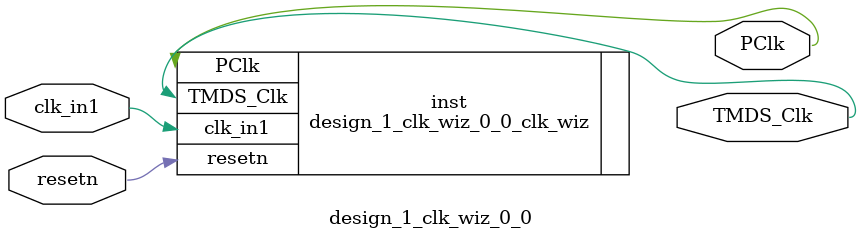
<source format=v>


`timescale 1ps/1ps

(* CORE_GENERATION_INFO = "design_1_clk_wiz_0_0,clk_wiz_v6_0_6_0_0,{component_name=design_1_clk_wiz_0_0,use_phase_alignment=true,use_min_o_jitter=true,use_max_i_jitter=false,use_dyn_phase_shift=false,use_inclk_switchover=false,use_dyn_reconfig=false,enable_axi=0,feedback_source=FDBK_AUTO,PRIMITIVE=PLL,num_out_clk=2,clkin1_period=10.000,clkin2_period=10.000,use_power_down=false,use_reset=true,use_locked=false,use_inclk_stopped=false,feedback_type=SINGLE,CLOCK_MGR_TYPE=NA,manual_override=false}" *)

module design_1_clk_wiz_0_0 
 (
  // Clock out ports
  output        PClk,
  output        TMDS_Clk,
  // Status and control signals
  input         resetn,
 // Clock in ports
  input         clk_in1
 );

  design_1_clk_wiz_0_0_clk_wiz inst
  (
  // Clock out ports  
  .PClk(PClk),
  .TMDS_Clk(TMDS_Clk),
  // Status and control signals               
  .resetn(resetn), 
 // Clock in ports
  .clk_in1(clk_in1)
  );

endmodule

</source>
